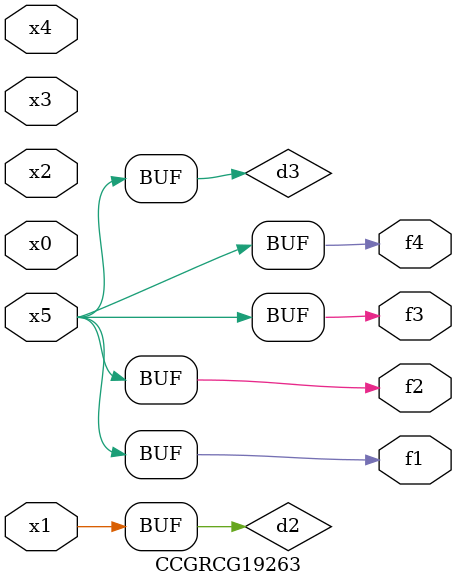
<source format=v>
module CCGRCG19263(
	input x0, x1, x2, x3, x4, x5,
	output f1, f2, f3, f4
);

	wire d1, d2, d3;

	not (d1, x5);
	or (d2, x1);
	xnor (d3, d1);
	assign f1 = d3;
	assign f2 = d3;
	assign f3 = d3;
	assign f4 = d3;
endmodule

</source>
